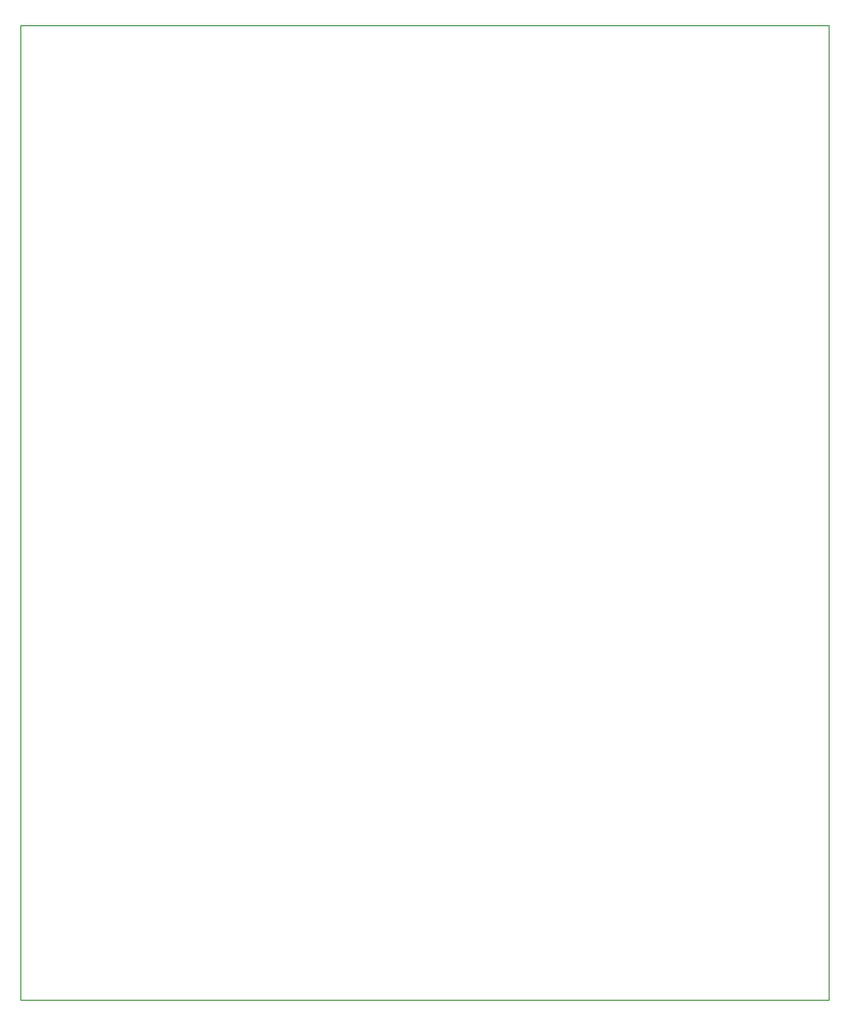
<source format=gbr>
%TF.GenerationSoftware,KiCad,Pcbnew,9.0.1*%
%TF.CreationDate,2025-04-18T16:29:56+02:00*%
%TF.ProjectId,Pendulo_Invertido,50656e64-756c-46f5-9f49-6e7665727469,rev?*%
%TF.SameCoordinates,Original*%
%TF.FileFunction,Profile,NP*%
%FSLAX46Y46*%
G04 Gerber Fmt 4.6, Leading zero omitted, Abs format (unit mm)*
G04 Created by KiCad (PCBNEW 9.0.1) date 2025-04-18 16:29:56*
%MOMM*%
%LPD*%
G01*
G04 APERTURE LIST*
%TA.AperFunction,Profile*%
%ADD10C,0.050000*%
%TD*%
G04 APERTURE END LIST*
D10*
X99347550Y-51094250D02*
X169847550Y-51094250D01*
X169847550Y-136094250D01*
X99347550Y-136094250D01*
X99347550Y-51094250D01*
M02*

</source>
